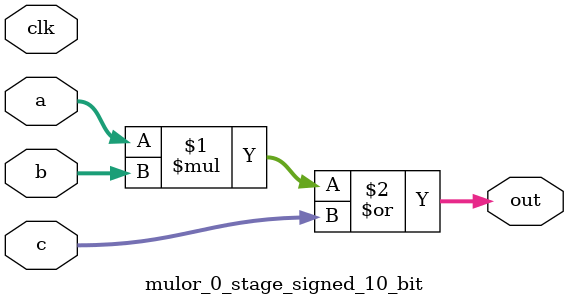
<source format=sv>
(* use_dsp = "yes" *) module mulor_0_stage_signed_10_bit(
	input signed [9:0] a,
	input signed [9:0] b,
	input signed [9:0] c,
	output [9:0] out,
	input clk);

	assign out = (a * b) | c;
endmodule

</source>
